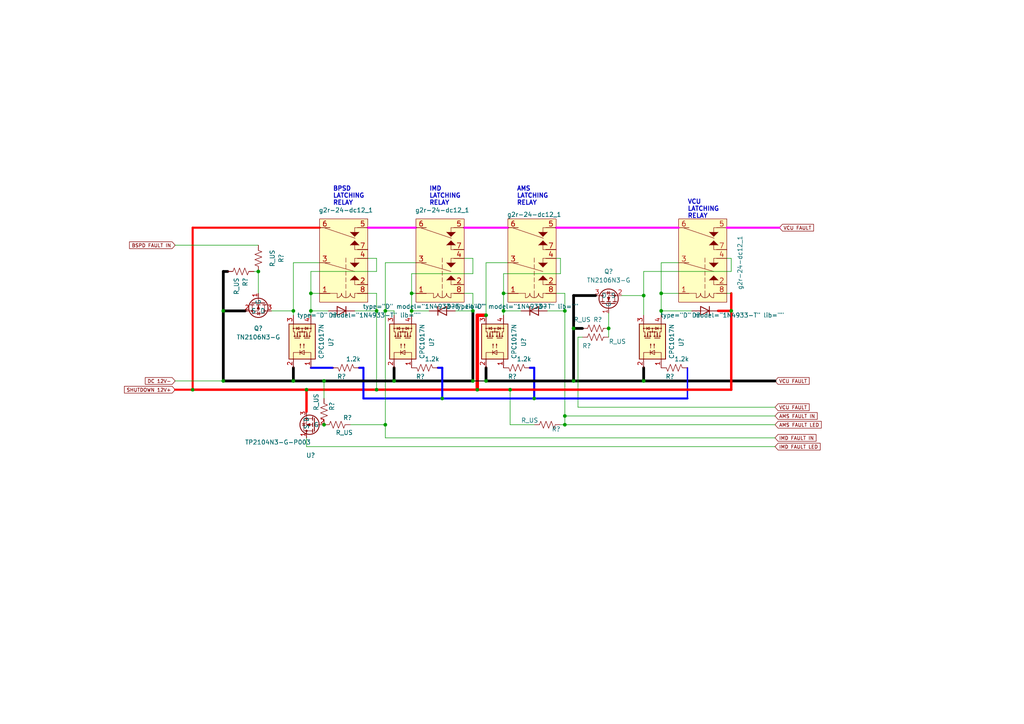
<source format=kicad_sch>
(kicad_sch (version 20211123) (generator eeschema)
  (paper "A4")
  (lib_symbols
    (symbol "Device:R_US" (pin_numbers hide) (pin_names (offset 0))
      (property "Reference" "R" (at 2.54 0 90))
      (property "Value" "R_US" (at -2.54 0 90))
      (symbol "R_US_0_1"
        (polyline (pts (xy 0 -2.286) (xy 0 -2.54)))
        (polyline (pts (xy 0 2.286) (xy 0 2.54)))
        (polyline (pts (xy 0 -0.762) (xy 1.016 -1.143) (xy 0 -1.524) (xy -1.016 -1.905) (xy 0 -2.286)))
        (polyline (pts (xy 0 0.762) (xy 1.016 0.381) (xy 0 0) (xy -1.016 -0.381) (xy 0 -0.762)))
        (polyline (pts (xy 0 2.286) (xy 1.016 1.905) (xy 0 1.524) (xy -1.016 1.143) (xy 0 0.762)))
      )
      (symbol "R_US_1_1"
        (pin passive line (at 0 3.81 270) (length 1.27) (name "~") (number "1"))
        (pin passive line (at 0 -3.81 90) (length 1.27) (name "~") (number "2"))
      )
    )
    (symbol "FSAE DMS-23 Components:TN2106N3-G" (pin_names (offset 0.762))
      (property "Reference" "Q" (at 11.43 3.81 0))
      (property "Value" "TN2106N3-G" (at 11.43 1.27 0))
      (symbol "TN2106N3-G_0_1"
        (polyline (pts (xy 2.794 0) (xy 0 0)))
        (polyline (pts (xy 2.794 1.905) (xy 2.794 -1.905)) (stroke (width 0.254)))
        (polyline (pts (xy 3.302 -1.27) (xy 3.302 -2.286)) (stroke (width 0.254)))
        (polyline (pts (xy 3.302 0.508) (xy 3.302 -0.508)) (stroke (width 0.254)))
        (polyline (pts (xy 3.302 2.286) (xy 3.302 1.27)) (stroke (width 0.254)))
        (polyline (pts (xy 5.08 2.54) (xy 5.08 1.778)))
        (polyline (pts (xy 5.08 -2.54) (xy 5.08 0) (xy 3.302 0)))
        (polyline (pts (xy 3.302 -1.778) (xy 5.842 -1.778) (xy 5.842 1.778) (xy 3.302 1.778)))
        (polyline (pts (xy 3.556 0) (xy 4.572 0.381) (xy 4.572 -0.381) (xy 3.556 0)) (fill (type outline)))
        (polyline (pts (xy 5.334 0.508) (xy 5.461 0.381) (xy 6.223 0.381) (xy 6.35 0.254)))
        (polyline (pts (xy 5.842 0.381) (xy 5.461 -0.254) (xy 6.223 -0.254) (xy 5.842 0.381)))
        (circle (center 4.191 0) (radius 2.794) (stroke (width 0.254)))
        (circle (center 5.08 -1.778) (radius 0.254) (fill (type outline)))
        (circle (center 5.08 1.778) (radius 0.254) (fill (type outline)))
      )
      (symbol "TN2106N3-G_1_1"
        (pin input line (at 0 0 0) (length 1) (name "G") (number "1"))
        (pin passive line (at 5.08 -3.81 90) (length 1) (name "S") (number "2"))
        (pin passive line (at 5.08 3.81 270) (length 1) (name "D") (number "3"))
      )
    )
    (symbol "FSAE DMS-23 Components:g2r-24-dc12_1"
      (property "Value" "g2r-24-dc12_1" (at 5.08 38.1 0))
      (symbol "g2r-24-dc12_1_0_1"
        (rectangle (start -7.62 0) (end 6.35 -24.13) (fill (type background)))
      )
      (symbol "g2r-24-dc12_1_1_1"
        (arc (start -1.27 -2.54) (mid -0.372 -0.372) (end -2.54 -1.27))
        (arc (start 0 -1.27) (mid -2.168 -0.372) (end -1.27 -2.54))
        (polyline (pts (xy -6.35 -21.59) (xy 2.667 -18.542)) (stroke (width 0.127)))
        (polyline (pts (xy -6.35 -11.43) (xy 2.54 -8.89)) (stroke (width 0.127)))
        (polyline (pts (xy -2.54 -2.54) (xy -7.62 -2.54)) (stroke (width 0.127)))
        (polyline (pts (xy -2.54 -1.27) (xy -2.54 -2.54)) (stroke (width 0.127)))
        (polyline (pts (xy 0 -11.557) (xy 0 -12.827)) (stroke (width 0.127)))
        (polyline (pts (xy 0 -9.652) (xy 0 -10.922)) (stroke (width 0.127)))
        (polyline (pts (xy 0 -7.747) (xy 0 -9.017)) (stroke (width 0.127)))
        (polyline (pts (xy 0 -5.842) (xy 0 -7.112)) (stroke (width 0.127)))
        (polyline (pts (xy 0 -5.207) (xy 0 -3.937)) (stroke (width 0.127)))
        (polyline (pts (xy 0 -1.27) (xy 0 -3.302)) (stroke (width 0.127)))
        (polyline (pts (xy 2.54 -21.59) (xy 2.54 -19.05)) (stroke (width 0.127)))
        (polyline (pts (xy 2.54 -17.78) (xy 2.54 -15.24)) (stroke (width 0.127)))
        (polyline (pts (xy 2.54 -15.24) (xy 6.35 -15.24)) (stroke (width 0.127)))
        (polyline (pts (xy 2.54 -12.7) (xy 2.54 -10.16)) (stroke (width 0.127)))
        (polyline (pts (xy 2.54 -7.62) (xy 2.54 -5.08)) (stroke (width 0.127)))
        (polyline (pts (xy 2.54 -5.08) (xy 6.35 -5.08)) (stroke (width 0.127)))
        (polyline (pts (xy 2.54 -2.54) (xy 6.35 -2.54)) (stroke (width 0.127)))
        (polyline (pts (xy 2.54 -1.27) (xy 2.54 -2.54)) (stroke (width 0.127)))
        (polyline (pts (xy 6.35 -12.7) (xy 2.54 -12.7)) (stroke (width 0.127)))
        (polyline (pts (xy 7.62 -21.59) (xy 2.54 -21.59)) (stroke (width 0.127)))
        (polyline (pts (xy 1.27 -20.32) (xy 1.27 -20.32) (xy 2.54 -19.05) (xy 3.81 -20.32)) (fill (type outline)))
        (polyline (pts (xy 1.27 -11.43) (xy 1.27 -11.43) (xy 2.54 -10.16) (xy 3.81 -11.43)) (fill (type outline)))
        (polyline (pts (xy 3.81 -16.51) (xy 3.81 -16.51) (xy 2.54 -17.78) (xy 1.27 -16.51)) (fill (type outline)))
        (polyline (pts (xy 3.81 -6.35) (xy 3.81 -6.35) (xy 2.54 -7.62) (xy 1.27 -6.35)) (fill (type outline)))
        (arc (start 1.27 -2.54) (mid 2.168 -0.372) (end 0 -1.27))
        (arc (start 2.54 -1.27) (mid 0.372 -0.372) (end 1.27 -2.54))
        (pin unspecified line (at -7.62 -2.54 0) (length 3) (name "") (number "1"))
        (pin unspecified line (at 6.35 -5.08 180) (length 3) (name "") (number "2"))
        (pin unspecified line (at -7.62 -11.43 0) (length 3) (name "") (number "3"))
        (pin unspecified line (at 6.35 -12.7 180) (length 3) (name "") (number "4"))
        (pin unspecified line (at 6.35 -21.59 180) (length 3) (name "") (number "5"))
        (pin unspecified line (at -7.62 -21.59 0) (length 3) (name "") (number "6"))
        (pin unspecified line (at 6.35 -15.24 180) (length 3) (name "") (number "7"))
        (pin unspecified line (at 6.35 -2.54 180) (length 3) (name "") (number "8"))
      )
    )
    (symbol "Relay_SolidState:CPC1017N"
      (property "Reference" "U" (at -5.08 5.08 0))
      (property "Value" "CPC1017N" (at 0 5.08 0))
      (symbol "CPC1017N_0_1"
        (rectangle (start -5.08 3.81) (end 5.08 -3.81) (stroke (width 0.254)) (fill (type background)))
        (polyline (pts (xy -3.81 -0.635) (xy -2.54 -0.635)))
        (polyline (pts (xy 1.016 -0.635) (xy 1.016 -2.159)) (stroke (width 0.2032)))
        (polyline (pts (xy 1.016 2.159) (xy 1.016 0.635)) (stroke (width 0.2032)))
        (polyline (pts (xy 1.524 -0.508) (xy 1.524 -0.762)) (stroke (width 0.3556)))
        (polyline (pts (xy 2.794 0) (xy 3.81 0)))
        (polyline (pts (xy 3.429 -1.651) (xy 4.191 -1.651)))
        (polyline (pts (xy 3.429 1.651) (xy 4.191 1.651)))
        (polyline (pts (xy 3.81 -2.54) (xy 3.81 2.54)))
        (polyline (pts (xy 1.524 -2.032) (xy 1.524 -2.286) (xy 1.524 -2.286)) (stroke (width 0.3556)))
        (polyline (pts (xy 1.524 -1.27) (xy 1.524 -1.524) (xy 1.524 -1.524)) (stroke (width 0.3556)))
        (polyline (pts (xy 1.524 0.762) (xy 1.524 0.508) (xy 1.524 0.508)) (stroke (width 0.3556)))
        (polyline (pts (xy 1.524 1.524) (xy 1.524 1.27) (xy 1.524 1.27)) (stroke (width 0.3556)))
        (polyline (pts (xy 1.524 2.286) (xy 1.524 2.032) (xy 1.524 2.032)) (stroke (width 0.3556)))
        (polyline (pts (xy 1.651 -1.397) (xy 2.794 -1.397) (xy 2.794 -0.635)))
        (polyline (pts (xy 1.651 1.397) (xy 2.794 1.397) (xy 2.794 0.635)))
        (polyline (pts (xy -5.08 2.54) (xy -3.175 2.54) (xy -3.175 -2.54) (xy -5.08 -2.54)))
        (polyline (pts (xy -3.175 -0.635) (xy -3.81 0.635) (xy -2.54 0.635) (xy -3.175 -0.635)))
        (polyline (pts (xy 1.651 -2.159) (xy 2.794 -2.159) (xy 2.794 -2.54) (xy 5.08 -2.54)))
        (polyline (pts (xy 1.651 -0.635) (xy 2.794 -0.635) (xy 2.794 0.635) (xy 1.651 0.635)))
        (polyline (pts (xy 1.651 2.159) (xy 2.794 2.159) (xy 2.794 2.54) (xy 5.08 2.54)))
        (polyline (pts (xy 1.778 -1.397) (xy 2.286 -1.27) (xy 2.286 -1.524) (xy 1.778 -1.397)))
        (polyline (pts (xy 1.778 1.397) (xy 2.286 1.524) (xy 2.286 1.27) (xy 1.778 1.397)))
        (polyline (pts (xy 3.81 -1.651) (xy 3.429 -0.889) (xy 4.191 -0.889) (xy 3.81 -1.651)))
        (polyline (pts (xy 3.81 1.651) (xy 3.429 0.889) (xy 4.191 0.889) (xy 3.81 1.651)))
        (polyline (pts (xy -1.905 -0.508) (xy -0.635 -0.508) (xy -1.016 -0.635) (xy -1.016 -0.381) (xy -0.635 -0.508)))
        (polyline (pts (xy -1.905 0.508) (xy -0.635 0.508) (xy -1.016 0.381) (xy -1.016 0.635) (xy -0.635 0.508)))
        (circle (center 2.794 -0.635) (radius 0.127))
        (circle (center 2.794 0) (radius 0.127))
        (circle (center 2.794 0.635) (radius 0.127))
        (circle (center 3.81 -2.54) (radius 0.127))
        (circle (center 3.81 0) (radius 0.127))
        (circle (center 3.81 2.54) (radius 0.127))
      )
      (symbol "CPC1017N_1_1"
        (pin passive line (at -7.62 2.54 0) (length 2.54) (name "~") (number "1"))
        (pin passive line (at -7.62 -2.54 0) (length 2.54) (name "~") (number "2"))
        (pin passive line (at 7.62 -2.54 180) (length 2.54) (name "~") (number "3"))
        (pin passive line (at 7.62 2.54 180) (length 2.54) (name "~") (number "4"))
      )
    )
    (symbol "Simulation_SPICE:DIODE" (pin_numbers hide) (pin_names (offset 1.016) hide)
      (property "Reference" "D" (at 0 2.54 0))
      (property "Value" "DIODE" (at 0 -2.54 0))
      (symbol "DIODE_0_1"
        (polyline (pts (xy 1.27 0) (xy -1.27 0)))
        (polyline (pts (xy 1.27 1.27) (xy 1.27 -1.27)) (stroke (width 0.254)))
        (polyline (pts (xy -1.27 -1.27) (xy -1.27 1.27) (xy 1.27 0) (xy -1.27 -1.27)) (stroke (width 0.254)))
      )
      (symbol "DIODE_1_1"
        (pin passive line (at -3.81 0 0) (length 2.54) (name "A") (number "1"))
        (pin passive line (at 3.81 0 180) (length 2.54) (name "K") (number "2"))
      )
    )
    (symbol "TP2104N3-G-P003_1"
      (property "Reference" "U?" (at -2.54 -1.905 0))
      (property "Value" "TP2104N3-G-P003_1" (at -1.27 1.905 0))
      (symbol "TP2104N3-G-P003_1_0_1"
        (circle (center -0.889 6.985) (radius 2.794) (stroke (width 0.254)))
        (polyline (pts (xy -2.286 6.985) (xy -5.08 6.985)))
        (polyline (pts (xy -2.286 8.89) (xy -2.286 5.08)) (stroke (width 0.254)))
        (polyline (pts (xy -1.778 5.715) (xy -1.778 4.699)) (stroke (width 0.254)))
        (polyline (pts (xy -1.778 7.493) (xy -1.778 6.477)) (stroke (width 0.254)))
        (polyline (pts (xy -1.778 9.271) (xy -1.778 8.255)) (stroke (width 0.254)))
        (polyline (pts (xy 0 9.525) (xy 0 8.763)))
        (polyline (pts (xy 0 8.89) (xy 0 6.985) (xy -1.778 6.985)))
        (polyline (pts (xy -1.778 5.207) (xy 0.762 5.207) (xy 0.762 8.763) (xy -1.778 8.763)))
        (polyline (pts (xy 0 6.985) (xy -1.016 6.604) (xy -1.016 7.366) (xy 0 6.985)) (fill (type outline)))
        (polyline (pts (xy 0.254 7.493) (xy 0.381 7.366) (xy 1.143 7.366) (xy 1.27 7.239)))
        (polyline (pts (xy 0.762 7.366) (xy 0.381 6.731) (xy 1.143 6.731) (xy 0.762 7.366)))
        (circle (center 0 5.207) (radius 0.254) (fill (type outline)))
        (circle (center 0 8.763) (radius 0.254) (fill (type outline)))
      )
      (symbol "TP2104N3-G-P003_1_1_1"
        (pin passive line (at 0 3.175 90) (length 2) (name "S") (number "1"))
        (pin input line (at -5.08 6.985 0) (length 1) (name "G") (number "2"))
        (pin passive line (at 0 10.795 270) (length 1) (name "D") (number "3"))
      )
    )
  )
  (junction (at 212.09 90.17))
  (junction (at 93.98 123.19))
  (junction (at 166.37 110.49))
  (junction (at 186.69 85.725))
  (junction (at 166.37 95.25))
  (junction (at 147.955 113.03))
  (junction (at 85.09 90.17))
  (junction (at 146.05 90.17))
  (junction (at 140.97 110.49))
  (junction (at 138.43 113.03))
  (junction (at 119.38 85.09))
  (junction (at 186.69 110.49))
  (junction (at 64.77 110.49))
  (junction (at 137.16 90.17))
  (junction (at 109.22 113.03))
  (junction (at 55.88 113.03))
  (junction (at 111.76 123.19))
  (junction (at 163.83 120.65))
  (junction (at 128.27 115.57))
  (junction (at 64.77 90.17))
  (junction (at 74.93 78.74))
  (junction (at 111.76 90.17))
  (junction (at 140.97 91.44))
  (junction (at 114.3 110.49))
  (junction (at 163.83 123.19))
  (junction (at 191.77 90.17))
  (junction (at 191.77 85.09))
  (junction (at 90.17 90.17))
  (junction (at 163.83 90.17))
  (junction (at 154.94 115.57))
  (junction (at 176.53 95.25))
  (junction (at 90.17 85.09))
  (junction (at 88.9 113.03))
  (junction (at 146.05 85.09))
  (junction (at 137.16 110.49))
  (junction (at 109.22 90.17))
  (junction (at 93.98 110.49))
  (junction (at 119.38 90.17))
  (junction (at 85.09 110.49))
  (wire (pts (xy 163.83 120.65) (xy 163.83 90.17)))
  (wire (pts (xy 212.09 74.93) (xy 212.09 78.74)))
  (wire (pts (xy 147.32 76.2) (xy 140.97 76.2)))
  (wire (pts (xy 212.09 78.74) (xy 186.69 78.74)))
  (wire (pts (xy 210.82 66.04) (xy 226.06 66.04)) (stroke (width 0.6) (color 255 0 255 1)))
  (wire (pts (xy 109.22 90.17) (xy 109.22 113.03)))
  (wire (pts (xy 90.17 90.17) (xy 90.17 91.44)))
  (wire (pts (xy 90.17 78.74) (xy 90.17 85.09)))
  (wire (pts (xy 146.05 90.17) (xy 151.13 90.17)))
  (wire (pts (xy 163.83 120.65) (xy 224.79 120.65)))
  (wire (pts (xy 66.04 78.74) (xy 64.77 78.74)) (stroke (width 0.8) (color 0 0 0 1)))
  (wire (pts (xy 146.05 90.17) (xy 146.05 91.44)))
  (wire (pts (xy 85.09 76.2) (xy 92.71 76.2)))
  (wire (pts (xy 119.38 90.17) (xy 124.46 90.17)))
  (wire (pts (xy 74.93 71.12) (xy 50.8 71.12)))
  (wire (pts (xy 93.98 110.49) (xy 93.98 115.57)))
  (wire (pts (xy 55.88 113.03) (xy 55.88 66.04)) (stroke (width 0.6) (color 255 0 0 1)))
  (wire (pts (xy 186.69 106.68) (xy 186.69 110.49)) (stroke (width 0.8) (color 0 0 0 1)))
  (wire (pts (xy 163.83 85.09) (xy 161.29 85.09)))
  (wire (pts (xy 191.77 90.17) (xy 200.66 90.17)))
  (wire (pts (xy 146.05 85.09) (xy 147.32 85.09)))
  (wire (pts (xy 163.83 123.19) (xy 224.79 123.19)))
  (wire (pts (xy 167.64 118.11) (xy 167.64 97.79)))
  (wire (pts (xy 163.83 120.65) (xy 163.83 123.19)))
  (wire (pts (xy 85.09 106.68) (xy 85.09 110.49)) (stroke (width 0.8) (color 0 0 0 1)))
  (wire (pts (xy 132.08 90.17) (xy 137.16 90.17)))
  (wire (pts (xy 109.22 78.74) (xy 109.22 74.93)))
  (wire (pts (xy 85.09 110.49) (xy 93.98 110.49)) (stroke (width 0.8) (color 0 0 0 1)))
  (wire (pts (xy 92.71 85.09) (xy 90.17 85.09)))
  (wire (pts (xy 50.8 110.49) (xy 64.77 110.49)))
  (wire (pts (xy 140.97 106.68) (xy 140.97 110.49)) (stroke (width 0.8) (color 0 0 0 1)))
  (wire (pts (xy 90.17 78.74) (xy 109.22 78.74)))
  (wire (pts (xy 154.94 115.57) (xy 199.39 115.57)) (stroke (width 0.6) (color 0 0 255 1)))
  (wire (pts (xy 119.38 79.375) (xy 119.38 85.09)))
  (wire (pts (xy 111.76 76.2) (xy 111.76 90.17)))
  (wire (pts (xy 111.76 90.17) (xy 111.76 123.19)))
  (wire (pts (xy 146.05 79.375) (xy 146.05 85.09)))
  (wire (pts (xy 119.38 85.09) (xy 120.65 85.09)))
  (wire (pts (xy 153.67 106.68) (xy 154.94 106.68)) (stroke (width 0.6) (color 0 0 255 1)))
  (wire (pts (xy 55.88 66.04) (xy 92.71 66.04)) (stroke (width 0.6) (color 255 0 0 1)))
  (wire (pts (xy 88.9 129.54) (xy 88.9 127)))
  (wire (pts (xy 161.29 74.93) (xy 162.56 74.93)))
  (wire (pts (xy 64.77 78.74) (xy 64.77 90.17)) (stroke (width 0.8) (color 0 0 0 1)))
  (wire (pts (xy 105.41 106.68) (xy 105.41 115.57)) (stroke (width 0.6) (color 0 0 255 1)))
  (wire (pts (xy 140.97 91.44) (xy 138.43 91.44)) (stroke (width 1) (color 255 0 0 1)))
  (wire (pts (xy 186.69 85.725) (xy 186.69 91.44)))
  (wire (pts (xy 166.37 95.25) (xy 168.91 95.25)) (stroke (width 0.8) (color 0 0 0 1)))
  (wire (pts (xy 191.77 76.2) (xy 191.77 85.09)))
  (wire (pts (xy 199.39 106.68) (xy 199.39 115.57)) (stroke (width 0.4) (color 0 0 255 1)))
  (wire (pts (xy 109.22 74.93) (xy 106.68 74.93)))
  (wire (pts (xy 191.77 85.09) (xy 196.85 85.09)))
  (wire (pts (xy 134.62 66.04) (xy 147.32 66.04)) (stroke (width 0.6) (color 255 0 255 1)))
  (wire (pts (xy 212.09 90.17) (xy 212.09 85.09)) (stroke (width 0.7) (color 255 0 0 1)))
  (wire (pts (xy 140.97 76.2) (xy 140.97 91.44)))
  (wire (pts (xy 154.94 106.68) (xy 154.94 115.57)) (stroke (width 0.6) (color 0 0 255 1)))
  (wire (pts (xy 109.22 85.09) (xy 109.22 90.17)))
  (wire (pts (xy 163.83 90.17) (xy 163.83 85.09)))
  (wire (pts (xy 140.97 110.49) (xy 166.37 110.49)) (stroke (width 0.8) (color 0 0 0 1)))
  (wire (pts (xy 196.85 76.2) (xy 191.77 76.2)))
  (wire (pts (xy 166.37 95.25) (xy 166.37 110.49)) (stroke (width 0.8) (color 0 0 0 1)))
  (wire (pts (xy 64.77 90.17) (xy 71.12 90.17)) (stroke (width 0.8) (color 0 0 0 1)))
  (wire (pts (xy 101.6 123.19) (xy 111.76 123.19)))
  (wire (pts (xy 90.17 85.09) (xy 90.17 90.17)))
  (wire (pts (xy 138.43 91.44) (xy 138.43 113.03)) (stroke (width 1) (color 255 0 0 1)))
  (wire (pts (xy 208.28 90.17) (xy 212.09 90.17)) (stroke (width 0.7) (color 255 0 0 1)))
  (wire (pts (xy 137.16 85.09) (xy 134.62 85.09)))
  (wire (pts (xy 50.8 113.03) (xy 55.88 113.03)) (stroke (width 0.6) (color 255 0 0 1)))
  (wire (pts (xy 114.3 90.17) (xy 114.3 91.44)))
  (wire (pts (xy 119.38 90.17) (xy 119.38 91.44)))
  (wire (pts (xy 158.75 90.17) (xy 163.83 90.17)))
  (wire (pts (xy 137.16 79.375) (xy 119.38 79.375)))
  (wire (pts (xy 114.3 106.68) (xy 114.3 110.49)) (stroke (width 0.8) (color 0 0 0 1)))
  (wire (pts (xy 137.16 90.17) (xy 137.16 85.09)))
  (wire (pts (xy 111.76 127) (xy 111.76 123.19)))
  (wire (pts (xy 176.53 95.25) (xy 176.53 97.79)))
  (wire (pts (xy 166.37 85.725) (xy 166.37 95.25)) (stroke (width 0.8) (color 0 0 0 1)))
  (wire (pts (xy 162.56 79.375) (xy 146.05 79.375)))
  (wire (pts (xy 127 106.68) (xy 128.27 106.68)) (stroke (width 0.6) (color 0 0 255 1)))
  (wire (pts (xy 85.09 90.17) (xy 85.09 91.44)))
  (wire (pts (xy 176.53 90.805) (xy 176.53 95.25)))
  (wire (pts (xy 138.43 113.03) (xy 147.955 113.03)) (stroke (width 0.7) (color 255 0 0 1)))
  (wire (pts (xy 111.76 127) (xy 224.79 127)))
  (wire (pts (xy 105.41 115.57) (xy 128.27 115.57)) (stroke (width 0.6) (color 0 0 255 1)))
  (wire (pts (xy 106.68 66.04) (xy 120.65 66.04)) (stroke (width 0.6) (color 255 0 255 1)))
  (wire (pts (xy 128.27 106.68) (xy 128.27 115.57)) (stroke (width 0.6) (color 0 0 255 1)))
  (wire (pts (xy 162.56 74.93) (xy 162.56 79.375)))
  (wire (pts (xy 109.22 113.03) (xy 138.43 113.03)) (stroke (width 0.7) (color 255 0 0 1)))
  (wire (pts (xy 64.77 110.49) (xy 85.09 110.49)) (stroke (width 0.8) (color 0 0 0 1)))
  (wire (pts (xy 64.77 90.17) (xy 64.77 110.49)) (stroke (width 0.8) (color 0 0 0 1)))
  (wire (pts (xy 212.09 90.17) (xy 212.09 113.03)) (stroke (width 0.7) (color 255 0 0 1)))
  (wire (pts (xy 93.98 110.49) (xy 114.3 110.49)) (stroke (width 0.8) (color 0 0 0 1)))
  (wire (pts (xy 166.37 110.49) (xy 186.69 110.49)) (stroke (width 0.8) (color 0 0 0 1)))
  (wire (pts (xy 137.16 90.17) (xy 137.16 110.49)) (stroke (width 0.8) (color 0 0 0 1)))
  (wire (pts (xy 74.93 78.74) (xy 74.93 85.09)))
  (wire (pts (xy 85.09 76.2) (xy 85.09 90.17)))
  (wire (pts (xy 109.22 90.17) (xy 102.87 90.17)))
  (wire (pts (xy 191.77 90.17) (xy 191.77 91.44)))
  (wire (pts (xy 55.88 113.03) (xy 88.9 113.03)) (stroke (width 0.7) (color 255 0 0 1)))
  (wire (pts (xy 172.72 85.725) (xy 166.37 85.725)) (stroke (width 0.8) (color 0 0 0 1)))
  (wire (pts (xy 210.82 85.09) (xy 212.09 85.09)))
  (wire (pts (xy 137.16 74.93) (xy 137.16 79.375)))
  (wire (pts (xy 114.3 110.49) (xy 137.16 110.49)) (stroke (width 0.8) (color 0 0 0 1)))
  (wire (pts (xy 88.9 129.54) (xy 224.79 129.54)))
  (wire (pts (xy 74.93 78.74) (xy 73.66 78.74)))
  (wire (pts (xy 90.17 90.17) (xy 95.25 90.17)))
  (wire (pts (xy 137.16 110.49) (xy 140.97 110.49)) (stroke (width 0.25) (color 0 0 0 1)))
  (wire (pts (xy 120.65 76.2) (xy 111.76 76.2)))
  (wire (pts (xy 186.69 85.725) (xy 186.69 78.74)))
  (wire (pts (xy 88.9 113.03) (xy 88.9 119.38)) (stroke (width 0.7) (color 255 0 0 1)))
  (wire (pts (xy 147.955 123.19) (xy 154.94 123.19)))
  (wire (pts (xy 96.52 106.68) (xy 90.17 106.68)) (stroke (width 0.6) (color 0 0 255 1)))
  (wire (pts (xy 191.77 85.09) (xy 191.77 90.17)))
  (wire (pts (xy 111.76 90.17) (xy 114.3 90.17)))
  (wire (pts (xy 167.64 97.79) (xy 168.91 97.79)))
  (wire (pts (xy 106.68 85.09) (xy 109.22 85.09)))
  (wire (pts (xy 186.69 110.49) (xy 224.79 110.49)) (stroke (width 0.8) (color 0 0 0 1)))
  (wire (pts (xy 180.34 85.725) (xy 186.69 85.725)))
  (wire (pts (xy 109.22 113.03) (xy 88.9 113.03)) (stroke (width 0.7) (color 255 0 0 1)))
  (wire (pts (xy 147.955 113.03) (xy 147.955 123.19)))
  (wire (pts (xy 128.27 115.57) (xy 154.94 115.57)) (stroke (width 0.6) (color 0 0 255 1)))
  (wire (pts (xy 162.56 123.19) (xy 163.83 123.19)))
  (wire (pts (xy 161.29 66.04) (xy 196.85 66.04)) (stroke (width 0.6) (color 255 0 255 1)))
  (wire (pts (xy 119.38 85.09) (xy 119.38 90.17)))
  (wire (pts (xy 105.41 106.68) (xy 104.14 106.68)) (stroke (width 0.6) (color 0 0 255 1)))
  (wire (pts (xy 167.64 118.11) (xy 224.79 118.11)))
  (wire (pts (xy 146.05 85.09) (xy 146.05 90.17)))
  (wire (pts (xy 210.82 74.93) (xy 212.09 74.93)))
  (wire (pts (xy 147.955 113.03) (xy 212.09 113.03)) (stroke (width 0.7) (color 255 0 0 1)))
  (wire (pts (xy 134.62 74.93) (xy 137.16 74.93)))
  (wire (pts (xy 78.74 90.17) (xy 85.09 90.17)))
  (text "VCU\nLATCHING\nRELAY" (at 199.39 63.5 0) (effects (font (size 1.27 1.27) (thickness 0.254) bold) (justify left bottom)))
  (text "IMD\nLATCHING\nRELAY" (at 124.46 59.69 0) (effects (font (size 1.27 1.27) (thickness 0.254) bold) (justify left bottom)))
  (text "AMS\nLATCHING\nRELAY" (at 149.86 59.69 0) (effects (font (size 1.27 1.27) (thickness 0.254) bold) (justify left bottom)))
  (text "BPSD\nLATCHING\nRELAY" (at 96.52 59.69 0) (effects (font (size 1.27 1.27) (thickness 0.254) bold) (justify left bottom)))
  (global_label "IMD FAULT LED" (shape input) (at 224.79 129.54 0) (effects (font (size 1 1))) (property "Intersheet References" "${INTERSHEET_REFS}" (effects hide)))
  (global_label "BSPD FAULT IN" (shape input) (at 50.8 71.12 180) (effects (font (size 1 1))) (property "Intersheet References" "${INTERSHEET_REFS}" (effects hide)))
  (global_label "DC 12V-" (shape input) (at 50.8 110.49 180) (effects (font (size 1 1))) (property "Intersheet References" "${INTERSHEET_REFS}" (effects hide)))
  (global_label "IMD FAULT IN" (shape input) (at 224.79 127 0) (effects (font (size 1 1))) (property "Intersheet References" "${INTERSHEET_REFS}" (effects hide)))
  (global_label "VCU FAULT" (shape input) (at 226.06 66.04 0) (effects (font (size 1 1))) (property "Intersheet References" "${INTERSHEET_REFS}" (effects hide)))
  (global_label "AMS FAULT LED" (shape input) (at 224.79 123.19 0) (effects (font (size 1 1))) (property "Intersheet References" "${INTERSHEET_REFS}" (effects hide)))
  (global_label "VCU FAULT" (shape input) (at 224.79 118.11 0) (effects (font (size 1 1))) (property "Intersheet References" "${INTERSHEET_REFS}" (effects hide)))
  (global_label "AMS FAULT IN" (shape input) (at 224.79 120.65 0) (effects (font (size 1 1))) (property "Intersheet References" "${INTERSHEET_REFS}" (effects hide)))
  (global_label "SHUTDOWN 12V+" (shape input) (at 50.8 113.03 180) (effects (font (size 1 1))) (property "Intersheet References" "${INTERSHEET_REFS}" (effects hide)))
  (global_label "VCU FAULT" (shape input) (at 224.79 110.49 0) (effects (font (size 1 1))) (property "Intersheet References" "${INTERSHEET_REFS}" (effects hide)))
  (symbol (lib_id "Device:R_US") (at 158.75 123.19 270) (unit 1)
    (property "Reference" "R?" (at 160.02 124.46 90) (effects (justify left)))
    (property "Value" "R_US" (at 151.13 121.92 90) (effects (justify left)))
    (property "Footprint" "Resistor_THT:R_Axial_DIN0204_L3.6mm_D1.6mm_P5.08mm_Horizontal" (effects hide))
  )
  (symbol (lib_id "Relay_SolidState:CPC1017N") (at 143.51 99.06 270) (mirror x) (unit 1)
    (property "Reference" "U?" (at 151.892 100.584 0) (effects (justify left)))
    (property "Value" "CPC1017N" (at 149.098 104.14 0) (effects (justify left)))
    (property "Footprint" "Package_SO:SOP-4_3.8x4.1mm_P2.54mm" (effects hide))
    (property "Datasheet" "http://www.ixysic.com/home/pdfs.nsf/www/CPC1017N.pdf/$file/CPC1017N.pdf" (effects hide))
  )
  (symbol (lib_id "FSAE DMS-23 Components:g2r-24-dc12_1") (at 128.27 87.63 0) (mirror x) (unit 1)
    (property "Reference" "U?" (effects hide))
    (property "Value" "g2r-24-dc12_1" (at 128.27 60.96 0))
    (property "Footprint" "FSAE_downloads:12V relay G2RG2AXDC24" (effects hide))
  )
  (symbol (lib_id "Device:R_US") (at 123.19 106.68 270) (mirror x) (unit 1)
    (property "Reference" "R?" (at 120.65 109.22 90) (effects (justify left)))
    (property "Value" "1.2k" (at 123.19 104.14 90) (effects (justify left)))
    (property "Footprint" "Resistor_THT:R_Axial_DIN0204_L3.6mm_D1.6mm_P5.08mm_Horizontal" (effects hide))
  )
  (symbol (lib_id "FSAE DMS-23 Components:TN2106N3-G") (at 176.53 90.805 90) (unit 1)
    (property "Reference" "Q?" (at 176.53 78.74 90))
    (property "Value" "TN2106N3-G" (at 176.53 81.28 90))
    (property "Footprint" "TN2106N3G" (effects hide))
    (property "Datasheet" "https://ww1.microchip.com/downloads/en/DeviceDoc/TN2106-N-Channel-Enhancement-Mode-Vertical-DMOS-FET-Data-Sheet-20005942A.pdf" (effects hide))
    (property "Description" "MOSFET 60V 2.5Ohm" (effects hide))
    (property "Height" "5.334" (effects hide))
    (property "Manufacturer_Name" "Microchip" (effects hide))
    (property "Manufacturer_Part_Number" "TN2106N3-G" (effects hide))
    (property "Mouser Part Number" "689-TN2106N3-G" (effects hide))
    (property "Mouser Price/Stock" "https://www.mouser.co.uk/ProductDetail/Microchip-Technology/TN2106N3-G?qs=WSAGJ7rh4G3XS1HPd1TpBQ%3D%3D" (effects hide))
    (property "Arrow Part Number" "TN2106N3-G" (effects hide))
    (property "Arrow Price/Stock" "https://www.arrow.com/en/products/tn2106n3-g/microchip-technology?region=nac" (effects hide))
  )
  (symbol (lib_id "Device:R_US") (at 97.79 123.19 90) (unit 1)
    (property "Reference" "R?" (at 102.108 121.158 90) (effects (justify left)))
    (property "Value" "R_US" (at 102.362 125.476 90) (effects (justify left)))
    (property "Footprint" "Resistor_THT:R_Axial_DIN0204_L3.6mm_D1.6mm_P5.08mm_Horizontal" (effects hide))
  )
  (symbol (lib_id "Relay_SolidState:CPC1017N") (at 87.63 99.06 270) (mirror x) (unit 1)
    (property "Reference" "U?" (at 96.012 100.584 0) (effects (justify left)))
    (property "Value" "CPC1017N" (at 93.218 104.14 0) (effects (justify left)))
    (property "Footprint" "Package_SO:SOP-4_3.8x4.1mm_P2.54mm" (effects hide))
    (property "Datasheet" "http://www.ixysic.com/home/pdfs.nsf/www/CPC1017N.pdf/$file/CPC1017N.pdf" (effects hide))
  )
  (symbol (lib_id "Relay_SolidState:CPC1017N") (at 116.84 99.06 270) (mirror x) (unit 1)
    (property "Reference" "U?" (at 125.222 100.584 0) (effects (justify left)))
    (property "Value" "CPC1017N" (at 122.428 104.14 0) (effects (justify left)))
    (property "Footprint" "Package_SO:SOP-4_3.8x4.1mm_P2.54mm" (effects hide))
    (property "Datasheet" "http://www.ixysic.com/home/pdfs.nsf/www/CPC1017N.pdf/$file/CPC1017N.pdf" (effects hide))
  )
  (symbol (lib_id "Device:R_US") (at 149.86 106.68 270) (mirror x) (unit 1)
    (property "Reference" "R?" (at 147.32 109.22 90) (effects (justify left)))
    (property "Value" "1.2k" (at 149.86 104.14 90) (effects (justify left)))
    (property "Footprint" "Resistor_THT:R_Axial_DIN0204_L3.6mm_D1.6mm_P5.08mm_Horizontal" (effects hide))
  )
  (symbol (lib_id "FSAE DMS-23 Components:g2r-24-dc12_1") (at 100.33 87.63 0) (mirror x) (unit 1)
    (property "Reference" "U?" (effects hide))
    (property "Value" "g2r-24-dc12_1" (at 100.33 60.96 0))
    (property "Footprint" "FSAE_downloads:12V relay G2RG2AXDC24" (effects hide))
  )
  (symbol (lib_id "Simulation_SPICE:DIODE") (at 99.06 90.17 0) (mirror x) (unit 1)
    (property "Reference" "D?" (at 96.52 91.44 0))
    (property "Value" "1N4933-T" (at 104.14 91.44 0))
    (property "Footprint" "Diode_THT:D_A-405_P7.62mm_Horizontal" (effects hide))
    (property "Spice_Netlist_Enabled" "Y" (effects hide))
    (property "Spice_Primitive" "D" (effects hide))
  )
  (symbol (lib_id "Device:R_US") (at 74.93 74.93 180) (unit 1)
    (property "Reference" "R?" (at 81.534 74.93 90))
    (property "Value" "R_US" (at 78.994 74.93 90))
    (property "Footprint" "Resistor_THT:R_Axial_DIN0204_L3.6mm_D1.6mm_P5.08mm_Horizontal" (effects hide))
  )
  (symbol (lib_id "Simulation_SPICE:DIODE") (at 154.94 90.17 0) (mirror y) (unit 1)
    (property "Reference" "D?" (at 157.48 88.9 0))
    (property "Value" "1N4933-T" (at 149.86 88.9 0))
    (property "Footprint" "Diode_THT:D_A-405_P7.62mm_Horizontal" (effects hide))
    (property "Spice_Netlist_Enabled" "Y" (effects hide))
    (property "Spice_Primitive" "D" (effects hide))
  )
  (symbol (lib_id "Device:R_US") (at 69.85 78.74 270) (unit 1)
    (property "Reference" "R?" (at 71.1201 80.518 0) (effects (justify left)))
    (property "Value" "R_US" (at 68.5801 80.518 0) (effects (justify left)))
    (property "Footprint" "Resistor_THT:R_Axial_DIN0204_L3.6mm_D1.6mm_P5.08mm_Horizontal" (effects hide))
  )
  (symbol (lib_id "Device:R_US") (at 195.58 106.68 270) (mirror x) (unit 1)
    (property "Reference" "R?" (at 193.04 109.22 90) (effects (justify left)))
    (property "Value" "1.2k" (at 195.58 104.14 90) (effects (justify left)))
    (property "Footprint" "Resistor_THT:R_Axial_DIN0204_L3.6mm_D1.6mm_P5.08mm_Horizontal" (effects hide))
  )
  (symbol (lib_name "TP2104N3-G-P003_1") (lib_id "FSAE DMS-23 Components:TP2104N3-G-P003") (at 88.9 130.175 0) (mirror y) (unit 1)
    (property "Reference" "U?" (at 91.44 132.08 0) (effects (justify left)))
    (property "Value" "TP2104N3-G-P003" (at 90.17 128.27 0) (effects (justify left)))
  )
  (symbol (lib_id "Simulation_SPICE:DIODE") (at 204.47 90.17 0) (mirror x) (unit 1)
    (property "Reference" "D?" (at 201.93 91.44 0))
    (property "Value" "1N4933-T" (at 209.55 91.44 0))
    (property "Footprint" "Diode_THT:D_A-405_P7.62mm_Horizontal" (effects hide))
    (property "Spice_Netlist_Enabled" "Y" (effects hide))
    (property "Spice_Primitive" "D" (effects hide))
  )
  (symbol (lib_id "Device:R_US") (at 100.33 106.68 270) (mirror x) (unit 1)
    (property "Reference" "R?" (at 97.79 109.22 90) (effects (justify left)))
    (property "Value" "1.2k" (at 100.33 104.14 90) (effects (justify left)))
    (property "Footprint" "Resistor_THT:R_Axial_DIN0204_L3.6mm_D1.6mm_P5.08mm_Horizontal" (effects hide))
  )
  (symbol (lib_id "Relay_SolidState:CPC1017N") (at 189.23 99.06 270) (mirror x) (unit 1)
    (property "Reference" "U?" (at 197.612 100.584 0) (effects (justify left)))
    (property "Value" "CPC1017N" (at 194.818 104.14 0) (effects (justify left)))
    (property "Footprint" "Package_SO:SOP-4_3.8x4.1mm_P2.54mm" (effects hide))
    (property "Datasheet" "http://www.ixysic.com/home/pdfs.nsf/www/CPC1017N.pdf/$file/CPC1017N.pdf" (effects hide))
  )
  (symbol (lib_id "Device:R_US") (at 172.72 95.25 270) (unit 1)
    (property "Reference" "R?" (at 172.085 92.71 90) (effects (justify left)))
    (property "Value" "R_US" (at 166.37 92.71 90) (effects (justify left)))
    (property "Footprint" "Resistor_THT:R_Axial_DIN0204_L3.6mm_D1.6mm_P5.08mm_Horizontal" (effects hide))
  )
  (symbol (lib_id "FSAE DMS-23 Components:TN2106N3-G") (at 74.93 85.09 270) (unit 1)
    (property "Reference" "Q?" (at 74.93 95.25 90))
    (property "Value" "TN2106N3-G" (at 74.93 97.79 90))
    (property "Footprint" "TN2106N3G" (effects hide))
    (property "Datasheet" "https://ww1.microchip.com/downloads/en/DeviceDoc/TN2106-N-Channel-Enhancement-Mode-Vertical-DMOS-FET-Data-Sheet-20005942A.pdf" (effects hide))
    (property "Description" "MOSFET 60V 2.5Ohm" (effects hide))
    (property "Height" "5.334" (effects hide))
    (property "Manufacturer_Name" "Microchip" (effects hide))
    (property "Manufacturer_Part_Number" "TN2106N3-G" (effects hide))
    (property "Mouser Part Number" "689-TN2106N3-G" (effects hide))
    (property "Mouser Price/Stock" "https://www.mouser.co.uk/ProductDetail/Microchip-Technology/TN2106N3-G?qs=WSAGJ7rh4G3XS1HPd1TpBQ%3D%3D" (effects hide))
    (property "Arrow Part Number" "TN2106N3-G" (effects hide))
    (property "Arrow Price/Stock" "https://www.arrow.com/en/products/tn2106n3-g/microchip-technology?region=nac" (effects hide))
  )
  (symbol (lib_id "Device:R_US") (at 93.98 119.38 0) (unit 1)
    (property "Reference" "R?" (at 96.266 119.126 90) (effects (justify left)))
    (property "Value" "R_US" (at 91.694 119.126 90) (effects (justify left)))
    (property "Footprint" "Resistor_THT:R_Axial_DIN0204_L3.6mm_D1.6mm_P5.08mm_Horizontal" (effects hide))
  )
  (symbol (lib_id "FSAE DMS-23 Components:g2r-24-dc12_1") (at 204.47 87.63 0) (mirror x) (unit 1)
    (property "Reference" "U?" (effects hide))
    (property "Value" "g2r-24-dc12_1" (at 214.63 76.2 90))
    (property "Footprint" "FSAE_downloads:12V relay G2RG2AXDC24" (effects hide))
  )
  (symbol (lib_id "FSAE DMS-23 Components:g2r-24-dc12_1") (at 154.94 87.63 0) (mirror x) (unit 1)
    (property "Reference" "U?" (effects hide))
    (property "Value" "g2r-24-dc12_1" (at 154.94 62.23 0))
    (property "Footprint" "PCM:G2R-24-DC12" (effects hide))
  )
  (symbol (lib_id "Device:R_US") (at 172.72 97.79 90) (unit 1)
    (property "Reference" "R?" (at 170.18 100.33 90))
    (property "Value" "R_US" (at 179.07 99.06 90))
    (property "Footprint" "Resistor_THT:R_Axial_DIN0204_L3.6mm_D1.6mm_P5.08mm_Horizontal" (effects hide))
  )
  (symbol (lib_id "Simulation_SPICE:DIODE") (at 128.27 90.17 0) (mirror y) (unit 1)
    (property "Reference" "D?" (at 130.81 88.9 0))
    (property "Value" "1N4933-T" (at 123.19 88.9 0))
    (property "Footprint" "Diode_THT:D_A-405_P7.62mm_Horizontal" (effects hide))
    (property "Spice_Netlist_Enabled" "Y" (effects hide))
    (property "Spice_Primitive" "D" (effects hide))
  )
)
</source>
